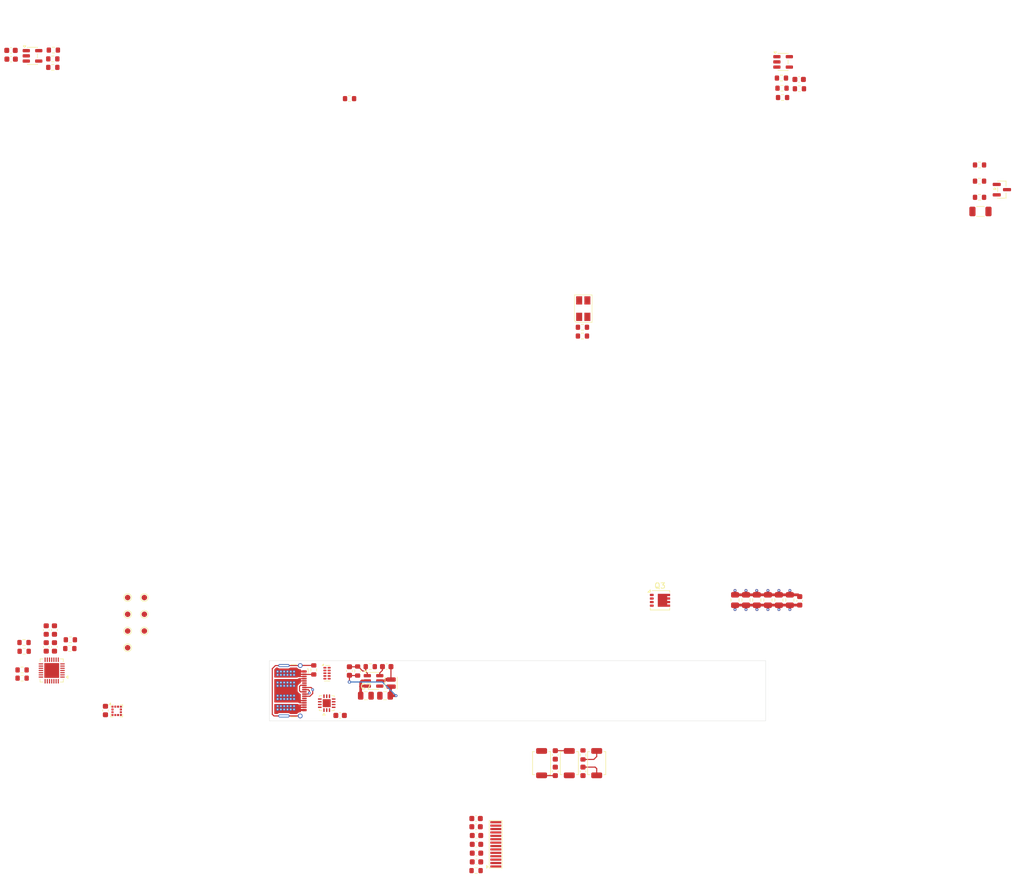
<source format=kicad_pcb>
(kicad_pcb
	(version 20241229)
	(generator "pcbnew")
	(generator_version "9.0")
	(general
		(thickness 1.6)
		(legacy_teardrops no)
	)
	(paper "A4")
	(layers
		(0 "F.Cu" signal)
		(4 "In1.Cu" signal)
		(6 "In2.Cu" signal)
		(2 "B.Cu" signal)
		(9 "F.Adhes" user "F.Adhesive")
		(11 "B.Adhes" user "B.Adhesive")
		(13 "F.Paste" user)
		(15 "B.Paste" user)
		(5 "F.SilkS" user "F.Silkscreen")
		(7 "B.SilkS" user "B.Silkscreen")
		(1 "F.Mask" user)
		(3 "B.Mask" user)
		(17 "Dwgs.User" user "User.Drawings")
		(19 "Cmts.User" user "User.Comments")
		(21 "Eco1.User" user "User.Eco1")
		(23 "Eco2.User" user "User.Eco2")
		(25 "Edge.Cuts" user)
		(27 "Margin" user)
		(31 "F.CrtYd" user "F.Courtyard")
		(29 "B.CrtYd" user "B.Courtyard")
		(35 "F.Fab" user)
		(33 "B.Fab" user)
		(39 "User.1" user)
		(41 "User.2" user)
		(43 "User.3" user)
		(45 "User.4" user)
	)
	(setup
		(stackup
			(layer "F.SilkS"
				(type "Top Silk Screen")
				(color "Black")
			)
			(layer "F.Paste"
				(type "Top Solder Paste")
			)
			(layer "F.Mask"
				(type "Top Solder Mask")
				(color "White")
				(thickness 0.01)
			)
			(layer "F.Cu"
				(type "copper")
				(thickness 0.035)
			)
			(layer "dielectric 1"
				(type "prepreg")
				(thickness 0.1)
				(material "FR4")
				(epsilon_r 4.5)
				(loss_tangent 0.02)
			)
			(layer "In1.Cu"
				(type "copper")
				(thickness 0.035)
			)
			(layer "dielectric 2"
				(type "core")
				(thickness 1.24)
				(material "FR4")
				(epsilon_r 4.5)
				(loss_tangent 0.02)
			)
			(layer "In2.Cu"
				(type "copper")
				(thickness 0.035)
			)
			(layer "dielectric 3"
				(type "prepreg")
				(thickness 0.1)
				(material "FR4")
				(epsilon_r 4.5)
				(loss_tangent 0.02)
			)
			(layer "B.Cu"
				(type "copper")
				(thickness 0.035)
			)
			(layer "B.Mask"
				(type "Bottom Solder Mask")
				(thickness 0.01)
			)
			(layer "B.Paste"
				(type "Bottom Solder Paste")
			)
			(layer "B.SilkS"
				(type "Bottom Silk Screen")
			)
			(copper_finish "None")
			(dielectric_constraints no)
		)
		(pad_to_mask_clearance 0)
		(allow_soldermask_bridges_in_footprints no)
		(tenting front back)
		(pcbplotparams
			(layerselection 0x00000000_00000000_55555555_5755f5ff)
			(plot_on_all_layers_selection 0x00000000_00000000_00000000_00000000)
			(disableapertmacros no)
			(usegerberextensions no)
			(usegerberattributes yes)
			(usegerberadvancedattributes yes)
			(creategerberjobfile yes)
			(dashed_line_dash_ratio 12.000000)
			(dashed_line_gap_ratio 3.000000)
			(svgprecision 4)
			(plotframeref no)
			(mode 1)
			(useauxorigin no)
			(hpglpennumber 1)
			(hpglpenspeed 20)
			(hpglpendiameter 15.000000)
			(pdf_front_fp_property_popups yes)
			(pdf_back_fp_property_popups yes)
			(pdf_metadata yes)
			(pdf_single_document no)
			(dxfpolygonmode yes)
			(dxfimperialunits yes)
			(dxfusepcbnewfont yes)
			(psnegative no)
			(psa4output no)
			(plot_black_and_white yes)
			(sketchpadsonfab no)
			(plotpadnumbers no)
			(hidednponfab no)
			(sketchdnponfab yes)
			(crossoutdnponfab yes)
			(subtractmaskfromsilk no)
			(outputformat 1)
			(mirror no)
			(drillshape 1)
			(scaleselection 1)
			(outputdirectory "")
		)
	)
	(net 0 "")
	(net 1 "+3.3V")
	(net 2 "GND")
	(net 3 "VBUS")
	(net 4 "Net-(U4-SW)")
	(net 5 "Net-(U4-BST)")
	(net 6 "Net-(U4-FB)")
	(net 7 "/NRST")
	(net 8 "/BTN1")
	(net 9 "/BTN2")
	(net 10 "/TC_FB")
	(net 11 "Net-(U6--)")
	(net 12 "/BOOTSEL")
	(net 13 "Net-(D1-A2)")
	(net 14 "Net-(D1-A1)")
	(net 15 "/SCL")
	(net 16 "/DISP_NRST")
	(net 17 "/SDA")
	(net 18 "/SHUNT_L")
	(net 19 "/TIP_H")
	(net 20 "/SWDIO")
	(net 21 "/D-")
	(net 22 "/D+")
	(net 23 "/HEATER_ON")
	(net 24 "/CURR_FB")
	(net 25 "/VBUS_FB")
	(net 26 "/TIP_K")
	(net 27 "Net-(U6-+)")
	(net 28 "/LED_B")
	(net 29 "/LED_A")
	(net 30 "/PA15")
	(net 31 "/PD0")
	(net 32 "/PD1")
	(net 33 "/CC2")
	(net 34 "/CC1")
	(net 35 "/LED_RING")
	(net 36 "/ACC_INT1")
	(net 37 "/SWCLK")
	(net 38 "/INT_N")
	(net 39 "/ACC_INT2")
	(net 40 "/PB3")
	(net 41 "Net-(J4-Pin_13)")
	(net 42 "Net-(J4-Pin_2)")
	(net 43 "Net-(J4-Pin_1)")
	(net 44 "Net-(J4-Pin_4)")
	(net 45 "Net-(J4-Pin_3)")
	(net 46 "Net-(J4-Pin_14)")
	(net 47 "Net-(U7--)")
	(net 48 "Net-(J1-SHIELD)")
	(net 49 "unconnected-(J4-Pin_6-Pad6)")
	(net 50 "Net-(J4-Pin_12)")
	(net 51 "Net-(Q1-C)")
	(net 52 "Net-(Q1-B)")
	(net 53 "Net-(R13-Pad2)")
	(net 54 "Net-(U7-+)")
	(net 55 "unconnected-(U5-~{CS}-Pad10)")
	(net 56 "/JDP")
	(net 57 "/JDN")
	(net 58 "unconnected-(U8-NC-Pad6)")
	(net 59 "unconnected-(U8-NC-Pad10)")
	(net 60 "unconnected-(U8-NC-Pad7)")
	(net 61 "unconnected-(U8-NC-Pad9)")
	(net 62 "Net-(Q3-G)")
	(footprint "Capacitor_SMD:C_0603_1608Metric" (layer "F.Cu") (at 152.65 167.4 90))
	(footprint "Capacitor_SMD:C_0603_1608Metric" (layer "F.Cu") (at 59.8 141.625 90))
	(footprint "Package_SON:USON-10_2.5x1.0mm_P0.5mm" (layer "F.Cu") (at 111.015 149.5))
	(footprint "Resistor_SMD:R_0603_1608Metric" (layer "F.Cu") (at 61 39))
	(footprint "Package_TO_SOT_SMD:SOT-23-5" (layer "F.Cu") (at 194.2 38))
	(footprint "Resistor_SMD:R_0603_1608Metric" (layer "F.Cu") (at 64.1 145))
	(footprint "Capacitor_SMD:C_0805_2012Metric" (layer "F.Cu") (at 189.4 136.15 -90))
	(footprint "Resistor_SMD:R_0603_1608Metric" (layer "F.Cu") (at 55.4 150.4))
	(footprint "Capacitor_SMD:C_0603_1608Metric" (layer "F.Cu") (at 138.275 180.71))
	(footprint "Capacitor_SMD:C_0603_1608Metric" (layer "F.Cu") (at 138.275 183.91))
	(footprint "Inductor_SMD:L_Changjiang_FTC201607S" (layer "F.Cu") (at 122.7 151.3 -90))
	(footprint "Resistor_SMD:R_0603_1608Metric" (layer "F.Cu") (at 55.775 145.5))
	(footprint "Capacitor_SMD:C_0805_2012Metric" (layer "F.Cu") (at 185.43 136.15 -90))
	(footprint "Resistor_SMD:R_0603_1608Metric" (layer "F.Cu") (at 61 37.45))
	(footprint "Package_TO_SOT_SMD:SOT-23-5" (layer "F.Cu") (at 57.3 36.9))
	(footprint "TestPoint:TestPoint_Pad_D1.0mm" (layer "F.Cu") (at 74.65 144.85))
	(footprint "Capacitor_SMD:C_0805_2012Metric" (layer "F.Cu") (at 191.43 136.15 -90))
	(footprint "Resistor_SMD:R_0603_1608Metric" (layer "F.Cu") (at 157.7 164.4 -90))
	(footprint "Capacitor_SMD:C_0603_1608Metric" (layer "F.Cu") (at 59.8 144.7 90))
	(footprint "TestPoint:TestPoint_Pad_D1.0mm" (layer "F.Cu") (at 74.65 138.75))
	(footprint "Connector_USB:USB_C_Receptacle_G-Switch_GT-USB-7025" (layer "F.Cu") (at 103.439427 152.7 -90))
	(footprint "Resistor_SMD:R_0603_1608Metric" (layer "F.Cu") (at 116.6 149.1 90))
	(footprint "Capacitor_SMD:C_0603_1608Metric" (layer "F.Cu") (at 138.275 182.32))
	(footprint "Resistor_SMD:R_0603_1608Metric" (layer "F.Cu") (at 230.025 59.75))
	(footprint "Capacitor_SMD:C_0805_2012Metric" (layer "F.Cu") (at 195.43 136.15 -90))
	(footprint "Capacitor_SMD:C_0603_1608Metric" (layer "F.Cu") (at 197.23 136.3 -90))
	(footprint "Capacitor_SMD:C_0603_1608Metric" (layer "F.Cu") (at 61.3 144.7 90))
	(footprint "Resistor_SMD:R_0603_1608Metric" (layer "F.Cu") (at 194.1 44.5))
	(footprint "Resistor_SMD:R_1206_3216Metric" (layer "F.Cu") (at 230.1925 65.28))
	(footprint "Capacitor_SMD:C_0603_1608Metric" (layer "F.Cu") (at 138.2 177.5))
	(footprint "Capacitor_SMD:C_0805_2012Metric" (layer "F.Cu") (at 193.43 136.15 -90))
	(footprint "Resistor_SMD:R_0603_1608Metric" (layer "F.Cu") (at 157.6 86.4))
	(footprint "Capacitor_SMD:C_0603_1608Metric" (layer "F.Cu") (at 152.65 164.4 -90))
	(footprint "Capacitor_SMD:C_0805_2012Metric" (layer "F.Cu") (at 121.6 153.6 180))
	(footprint "TestPoint:TestPoint_Pad_D1.0mm" (layer "F.Cu") (at 77.7 141.8))
	(footprint "Custom:FPC_14" (layer "F.Cu") (at 141.8 180.71 90))
	(footprint "Capacitor_SMD:C_0603_1608Metric" (layer "F.Cu") (at 115.1 149.1 90))
	(footprint "Package_TO_SOT_SMD:TSOT-23-6" (layer "F.Cu") (at 119.5 150.9))
	(footprint "Package_LGA:LGA-12_2x2mm_P0.5mm" (layer "F.Cu") (at 72.65 156.3625))
	(footprint "Package_DFN_QFN:WQFN-28-1EP_4x4mm_P0.4mm_EP2.7x2.7mm" (layer "F.Cu") (at 60.8 149 180))
	(footprint "Resistor_SMD:R_0603_1608Metric" (layer "F.Cu") (at 64.2 143.4))
	(footprint "Capacitor_SMD:C_0603_1608Metric" (layer "F.Cu") (at 138.275 179.1))
	(footprint "Capacitor_SMD:C_0603_1608Metric" (layer "F.Cu") (at 70.6 156.3 90))
	(footprint "Resistor_SMD:R_0603_1608Metric" (layer "F.Cu") (at 193.9 40.95))
	(footprint "MountingHole:MountingHole_2.2mm_M2" (layer "F.Cu") (at 127.2 152.7))
	(footprint "Resistor_SMD:R_0603_1608Metric" (layer "F.Cu") (at 55.75 143.9))
	(footprint "Resistor_SMD:R_0603_1608Metric" (layer "F.Cu") (at 194 42.8))
	(footprint "Resistor_SMD:R_0603_1608Metric" (layer "F.Cu") (at 157.6 88))
	(footprint "Capacitor_SMD:C_0603_1608Metric" (layer "F.Cu") (at 61.3 141.625 90))
	(footprint "TestPoint:TestPoint_Pad_D1.0mm" (layer "F.Cu") (at 77.7 135.7))
	(footprint "Resistor_SMD:R_0603_1608Metric" (layer "F.Cu") (at 118.9 148.3))
	(footprint "Resistor_SMD:R_0603_1608Metric"
		(layer "F.Cu")
		(uuid "abdec049-e324-4389-beec-d8530a334164")
		(at 230.025 56.8)
		(descr "Resistor SMD 0603 (1608 Metric), square (rectangular) end terminal, IPC-7351 nominal, (Body size source: IPC-SM-782 page 72, https://www.pcb-3d.com/wordpress/wp-content/uploads/ipc-sm-782a_amendment_1_and_2.pdf), generated with kicad-footprint-generator")
		(tags "resistor")
		(property "Reference" "R21"
			(at 0 -1.43 0)
			(layer "F.SilkS")
			(hide yes)
			(uuid "9f9d5b30-4b70-4e84-9b7e-e0a18cd07ea8")
			(effects
				(font
					(size 1 1)
					(thickness 0.15)
				)
			)
		)
		(property "Value" "TBD"
			(at 0 1.43 0)
			(layer "F.Fab")
			(uuid "0ae6ce7a-5b66-455a-b087-6bc4e9247e1f")
			(effects
				(font
					(size 1 1)
					(thickness 0.15)
				)
			)
		)
		(property "Datasheet" "~"
			(at 0 0 0)
			(layer "F.Fab")
			(hide yes)
			(uuid "052a8ca2-695d-4064-b381-5b30b48cf909")
			(effects
				(font
					(size 1.27 1.27)
					(thickness 0.15)
				)
			)
		)
		(property "Description" "Resistor, small symbol"
			(at 0 0 0)
			(layer "F.Fab")
			(hide yes)
			(uuid "6a0405a6-bd44-4f9b-9fe4-8320c19b47ac")
			(effects
				(font
					(size 1.27 1.27)
					(thickness 0.15)
				)
			)
		)
		(property ki_fp_filters "R_*")
		(path "/28fab567-62af-40d2-b9da-14c12f39517a")
		(sheetname "/")
		(sheet
... [190249 chars truncated]
</source>
